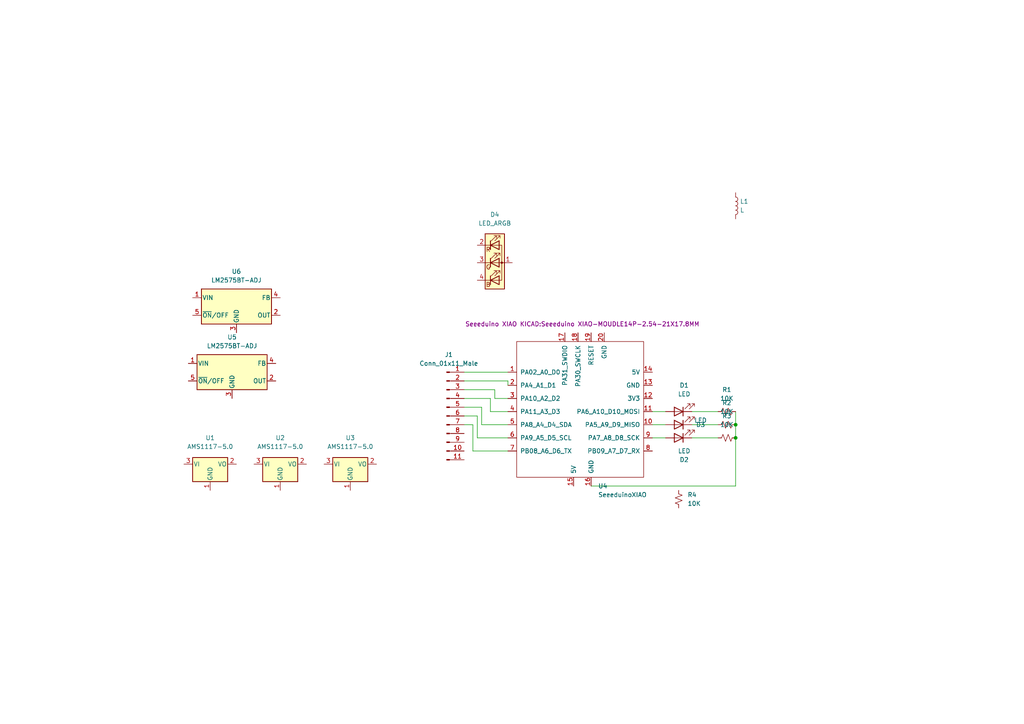
<source format=kicad_sch>
(kicad_sch (version 20211123) (generator eeschema)
  (paper "A4")
  (lib_symbols
    (symbol "Connector:Conn_01x11_Male" (pin_names (offset 1.016) hide)
      (property "Reference" "J" (at 0 15.24 0))
      (property "Value" "Conn_01x11_Male" (at 0 -15.24 0))
      (symbol "Conn_01x11_Male_1_1"
        (polyline (pts (xy 1.27 -12.7) (xy 0.8636 -12.7)) (stroke (width 0.1524)))
        (polyline (pts (xy 1.27 -10.16) (xy 0.8636 -10.16)) (stroke (width 0.1524)))
        (polyline (pts (xy 1.27 -7.62) (xy 0.8636 -7.62)) (stroke (width 0.1524)))
        (polyline (pts (xy 1.27 -5.08) (xy 0.8636 -5.08)) (stroke (width 0.1524)))
        (polyline (pts (xy 1.27 -2.54) (xy 0.8636 -2.54)) (stroke (width 0.1524)))
        (polyline (pts (xy 1.27 0) (xy 0.8636 0)) (stroke (width 0.1524)))
        (polyline (pts (xy 1.27 2.54) (xy 0.8636 2.54)) (stroke (width 0.1524)))
        (polyline (pts (xy 1.27 5.08) (xy 0.8636 5.08)) (stroke (width 0.1524)))
        (polyline (pts (xy 1.27 7.62) (xy 0.8636 7.62)) (stroke (width 0.1524)))
        (polyline (pts (xy 1.27 10.16) (xy 0.8636 10.16)) (stroke (width 0.1524)))
        (polyline (pts (xy 1.27 12.7) (xy 0.8636 12.7)) (stroke (width 0.1524)))
        (rectangle (start 0.8636 -12.573) (end 0 -12.827) (stroke (width 0.1524)) (fill (type outline)))
        (rectangle (start 0.8636 -10.033) (end 0 -10.287) (stroke (width 0.1524)) (fill (type outline)))
        (rectangle (start 0.8636 -7.493) (end 0 -7.747) (stroke (width 0.1524)) (fill (type outline)))
        (rectangle (start 0.8636 -4.953) (end 0 -5.207) (stroke (width 0.1524)) (fill (type outline)))
        (rectangle (start 0.8636 -2.413) (end 0 -2.667) (stroke (width 0.1524)) (fill (type outline)))
        (rectangle (start 0.8636 0.127) (end 0 -0.127) (stroke (width 0.1524)) (fill (type outline)))
        (rectangle (start 0.8636 2.667) (end 0 2.413) (stroke (width 0.1524)) (fill (type outline)))
        (rectangle (start 0.8636 5.207) (end 0 4.953) (stroke (width 0.1524)) (fill (type outline)))
        (rectangle (start 0.8636 7.747) (end 0 7.493) (stroke (width 0.1524)) (fill (type outline)))
        (rectangle (start 0.8636 10.287) (end 0 10.033) (stroke (width 0.1524)) (fill (type outline)))
        (rectangle (start 0.8636 12.827) (end 0 12.573) (stroke (width 0.1524)) (fill (type outline)))
        (pin passive line (at 5.08 12.7 180) (length 3.81) (name "Pin_1") (number "1"))
        (pin passive line (at 5.08 -10.16 180) (length 3.81) (name "Pin_10") (number "10"))
        (pin passive line (at 5.08 -12.7 180) (length 3.81) (name "Pin_11") (number "11"))
        (pin passive line (at 5.08 10.16 180) (length 3.81) (name "Pin_2") (number "2"))
        (pin passive line (at 5.08 7.62 180) (length 3.81) (name "Pin_3") (number "3"))
        (pin passive line (at 5.08 5.08 180) (length 3.81) (name "Pin_4") (number "4"))
        (pin passive line (at 5.08 2.54 180) (length 3.81) (name "Pin_5") (number "5"))
        (pin passive line (at 5.08 0 180) (length 3.81) (name "Pin_6") (number "6"))
        (pin passive line (at 5.08 -2.54 180) (length 3.81) (name "Pin_7") (number "7"))
        (pin passive line (at 5.08 -5.08 180) (length 3.81) (name "Pin_8") (number "8"))
        (pin passive line (at 5.08 -7.62 180) (length 3.81) (name "Pin_9") (number "9"))
      )
    )
    (symbol "Device:L" (pin_numbers hide) (pin_names (offset 1.016) hide)
      (property "Reference" "L" (at -1.27 0 90))
      (property "Value" "L" (at 1.905 0 90))
      (symbol "L_0_1"
        (arc (start 0 -2.54) (mid 0.635 -1.905) (end 0 -1.27))
        (arc (start 0 -1.27) (mid 0.635 -0.635) (end 0 0))
        (arc (start 0 0) (mid 0.635 0.635) (end 0 1.27))
        (arc (start 0 1.27) (mid 0.635 1.905) (end 0 2.54))
      )
      (symbol "L_1_1"
        (pin passive line (at 0 3.81 270) (length 1.27) (name "1") (number "1"))
        (pin passive line (at 0 -3.81 90) (length 1.27) (name "2") (number "2"))
      )
    )
    (symbol "Device:LED" (pin_numbers hide) (pin_names (offset 1.016) hide)
      (property "Reference" "D" (at 0 2.54 0))
      (property "Value" "LED" (at 0 -2.54 0))
      (symbol "LED_0_1"
        (polyline (pts (xy -1.27 -1.27) (xy -1.27 1.27)) (stroke (width 0.254)))
        (polyline (pts (xy -1.27 0) (xy 1.27 0)))
        (polyline (pts (xy 1.27 -1.27) (xy 1.27 1.27) (xy -1.27 0) (xy 1.27 -1.27)) (stroke (width 0.254)))
        (polyline (pts (xy -3.048 -0.762) (xy -4.572 -2.286) (xy -3.81 -2.286) (xy -4.572 -2.286) (xy -4.572 -1.524)))
        (polyline (pts (xy -1.778 -0.762) (xy -3.302 -2.286) (xy -2.54 -2.286) (xy -3.302 -2.286) (xy -3.302 -1.524)))
      )
      (symbol "LED_1_1"
        (pin passive line (at -3.81 0 0) (length 2.54) (name "K") (number "1"))
        (pin passive line (at 3.81 0 180) (length 2.54) (name "A") (number "2"))
      )
    )
    (symbol "Device:LED_ARGB" (pin_names (offset 0) hide)
      (property "Reference" "D" (at 0 9.398 0))
      (property "Value" "LED_ARGB" (at 0 -8.89 0))
      (symbol "LED_ARGB_0_0"
        (text "B" (at -1.905 -6.35 0) (effects (font (size 1.27 1.27))))
        (text "G" (at -1.905 -1.27 0) (effects (font (size 1.27 1.27))))
        (text "R" (at -1.905 3.81 0) (effects (font (size 1.27 1.27))))
      )
      (symbol "LED_ARGB_0_1"
        (polyline (pts (xy -1.27 -5.08) (xy -2.54 -5.08)))
        (polyline (pts (xy -1.27 -5.08) (xy 1.27 -5.08)))
        (polyline (pts (xy -1.27 -3.81) (xy -1.27 -6.35)) (stroke (width 0.254)))
        (polyline (pts (xy -1.27 0) (xy -2.54 0)))
        (polyline (pts (xy -1.27 1.27) (xy -1.27 -1.27)) (stroke (width 0.254)))
        (polyline (pts (xy -1.27 5.08) (xy -2.54 5.08)))
        (polyline (pts (xy -1.27 5.08) (xy 1.27 5.08)))
        (polyline (pts (xy -1.27 6.35) (xy -1.27 3.81)) (stroke (width 0.254)))
        (polyline (pts (xy 1.27 0) (xy -1.27 0)))
        (polyline (pts (xy 1.27 0) (xy 2.54 0)))
        (polyline (pts (xy -1.27 1.27) (xy -1.27 -1.27) (xy -1.27 -1.27)))
        (polyline (pts (xy -1.27 6.35) (xy -1.27 3.81) (xy -1.27 3.81)))
        (polyline (pts (xy 1.27 -5.08) (xy 2.032 -5.08) (xy 2.032 5.08) (xy 1.27 5.08)))
        (polyline (pts (xy 1.27 -3.81) (xy 1.27 -6.35) (xy -1.27 -5.08) (xy 1.27 -3.81)) (stroke (width 0.254)))
        (polyline (pts (xy 1.27 1.27) (xy 1.27 -1.27) (xy -1.27 0) (xy 1.27 1.27)) (stroke (width 0.254)))
        (polyline (pts (xy 1.27 6.35) (xy 1.27 3.81) (xy -1.27 5.08) (xy 1.27 6.35)) (stroke (width 0.254)))
        (polyline (pts (xy -1.016 -3.81) (xy 0.508 -2.286) (xy -0.254 -2.286) (xy 0.508 -2.286) (xy 0.508 -3.048)))
        (polyline (pts (xy -1.016 1.27) (xy 0.508 2.794) (xy -0.254 2.794) (xy 0.508 2.794) (xy 0.508 2.032)))
        (polyline (pts (xy -1.016 6.35) (xy 0.508 7.874) (xy -0.254 7.874) (xy 0.508 7.874) (xy 0.508 7.112)))
        (polyline (pts (xy 0 -3.81) (xy 1.524 -2.286) (xy 0.762 -2.286) (xy 1.524 -2.286) (xy 1.524 -3.048)))
        (polyline (pts (xy 0 1.27) (xy 1.524 2.794) (xy 0.762 2.794) (xy 1.524 2.794) (xy 1.524 2.032)))
        (polyline (pts (xy 0 6.35) (xy 1.524 7.874) (xy 0.762 7.874) (xy 1.524 7.874) (xy 1.524 7.112)))
        (rectangle (start 1.27 -1.27) (end 1.27 1.27))
        (rectangle (start 1.27 1.27) (end 1.27 1.27))
        (rectangle (start 1.27 3.81) (end 1.27 6.35))
        (rectangle (start 1.27 6.35) (end 1.27 6.35))
        (circle (center 2.032 0) (radius 0.254) (fill (type outline)))
        (rectangle (start 2.794 8.382) (end -2.794 -7.62) (stroke (width 0.254)) (fill (type background)))
      )
      (symbol "LED_ARGB_1_1"
        (pin passive line (at 5.08 0 180) (length 2.54) (name "A") (number "1"))
        (pin passive line (at -5.08 5.08 0) (length 2.54) (name "RK") (number "2"))
        (pin passive line (at -5.08 0 0) (length 2.54) (name "GK") (number "3"))
        (pin passive line (at -5.08 -5.08 0) (length 2.54) (name "BK") (number "4"))
      )
    )
    (symbol "Device:R_Small_US" (pin_numbers hide) (pin_names (offset 0.254) hide)
      (property "Reference" "R" (at 0.762 0.508 0))
      (property "Value" "R_Small_US" (at 0.762 -1.016 0))
      (symbol "R_Small_US_1_1"
        (polyline (pts (xy 0 0) (xy 1.016 -0.381) (xy 0 -0.762) (xy -1.016 -1.143) (xy 0 -1.524)))
        (polyline (pts (xy 0 1.524) (xy 1.016 1.143) (xy 0 0.762) (xy -1.016 0.381) (xy 0 0)))
        (pin passive line (at 0 2.54 270) (length 1.016) (name "~") (number "1"))
        (pin passive line (at 0 -2.54 90) (length 1.016) (name "~") (number "2"))
      )
    )
    (symbol "Regulator_Linear:AMS1117-5.0" (pin_names (offset 0.254))
      (property "Reference" "U" (at -3.81 3.175 0))
      (property "Value" "AMS1117-5.0" (at 0 3.175 0))
      (symbol "AMS1117-5.0_0_1"
        (rectangle (start -5.08 -5.08) (end 5.08 1.905) (stroke (width 0.254)) (fill (type background)))
      )
      (symbol "AMS1117-5.0_1_1"
        (pin power_in line (at 0 -7.62 90) (length 2.54) (name "GND") (number "1"))
        (pin power_out line (at 7.62 0 180) (length 2.54) (name "VO") (number "2"))
        (pin power_in line (at -7.62 0 0) (length 2.54) (name "VI") (number "3"))
      )
    )
    (symbol "Regulator_Switching:LM2575BT-ADJ" (pin_names (offset 0.254))
      (property "Reference" "U" (at -10.16 6.35 0))
      (property "Value" "LM2575BT-ADJ" (at 0 6.35 0))
      (symbol "LM2575BT-ADJ_0_1"
        (rectangle (start -10.16 5.08) (end 10.16 -5.08) (stroke (width 0.254)) (fill (type background)))
      )
      (symbol "LM2575BT-ADJ_1_1"
        (pin power_in line (at -12.7 2.54 0) (length 2.54) (name "VIN") (number "1"))
        (pin output line (at 12.7 -2.54 180) (length 2.54) (name "OUT") (number "2"))
        (pin power_in line (at 0 -7.62 90) (length 2.54) (name "GND") (number "3"))
        (pin input line (at 12.7 2.54 180) (length 2.54) (name "FB") (number "4"))
        (pin input line (at -12.7 -2.54 0) (length 2.54) (name "~{ON}/OFF") (number "5"))
      )
    )
    (symbol "Seeeduino XIAO:SeeeduinoXIAO" (pin_names (offset 1.016))
      (property "Reference" "U" (at -19.05 22.86 0))
      (property "Value" "SeeeduinoXIAO" (at -12.7 21.59 0))
      (symbol "SeeeduinoXIAO_0_1"
        (rectangle (start -19.05 20.32) (end 17.78 -19.05))
      )
      (symbol "SeeeduinoXIAO_1_1"
        (pin unspecified line (at -21.59 11.43 0) (length 2.54) (name "PA02_A0_D0") (number "1"))
        (pin unspecified line (at 20.32 -3.81 180) (length 2.54) (name "PA5_A9_D9_MISO") (number "10"))
        (pin unspecified line (at 20.32 0 180) (length 2.54) (name "PA6_A10_D10_MOSI") (number "11"))
        (pin unspecified line (at 20.32 3.81 180) (length 2.54) (name "3V3") (number "12"))
        (pin unspecified line (at 20.32 7.62 180) (length 2.54) (name "GND") (number "13"))
        (pin unspecified line (at 20.32 11.43 180) (length 2.54) (name "5V") (number "14"))
        (pin input line (at -2.54 -21.59 90) (length 2.54) (name "5V") (number "15"))
        (pin input line (at 2.54 -21.59 90) (length 2.54) (name "GND") (number "16"))
        (pin input line (at -5.08 22.86 270) (length 2.54) (name "PA31_SWDIO") (number "17"))
        (pin input line (at -1.27 22.86 270) (length 2.54) (name "PA30_SWCLK") (number "18"))
        (pin input line (at 2.54 22.86 270) (length 2.54) (name "RESET") (number "19"))
        (pin unspecified line (at -21.59 7.62 0) (length 2.54) (name "PA4_A1_D1") (number "2"))
        (pin input line (at 6.35 22.86 270) (length 2.54) (name "GND") (number "20"))
        (pin unspecified line (at -21.59 3.81 0) (length 2.54) (name "PA10_A2_D2") (number "3"))
        (pin unspecified line (at -21.59 0 0) (length 2.54) (name "PA11_A3_D3") (number "4"))
        (pin unspecified line (at -21.59 -3.81 0) (length 2.54) (name "PA8_A4_D4_SDA") (number "5"))
        (pin unspecified line (at -21.59 -7.62 0) (length 2.54) (name "PA9_A5_D5_SCL") (number "6"))
        (pin unspecified line (at -21.59 -11.43 0) (length 2.54) (name "PB08_A6_D6_TX") (number "7"))
        (pin unspecified line (at 20.32 -11.43 180) (length 2.54) (name "PB09_A7_D7_RX") (number "8"))
        (pin unspecified line (at 20.32 -7.62 180) (length 2.54) (name "PA7_A8_D8_SCK") (number "9"))
      )
    )
  )
  (junction (at 213.36 123.19))
  (junction (at 213.36 127))
  (wire (pts (xy 142.24 115.57) (xy 142.24 119.38)))
  (wire (pts (xy 147.32 110.49) (xy 147.32 111.76)))
  (wire (pts (xy 143.51 113.03) (xy 143.51 115.57)))
  (wire (pts (xy 200.66 119.38) (xy 208.28 119.38)))
  (wire (pts (xy 189.23 127) (xy 193.04 127)))
  (wire (pts (xy 134.62 118.11) (xy 139.7 118.11)))
  (wire (pts (xy 213.36 123.19) (xy 213.36 127)))
  (wire (pts (xy 142.24 119.38) (xy 147.32 119.38)))
  (wire (pts (xy 134.62 113.03) (xy 143.51 113.03)))
  (wire (pts (xy 137.16 123.19) (xy 137.16 130.81)))
  (wire (pts (xy 189.23 119.38) (xy 193.04 119.38)))
  (wire (pts (xy 213.36 119.38) (xy 213.36 123.19)))
  (wire (pts (xy 134.62 123.19) (xy 137.16 123.19)))
  (wire (pts (xy 137.16 130.81) (xy 147.32 130.81)))
  (wire (pts (xy 171.45 140.97) (xy 213.36 140.97)))
  (wire (pts (xy 139.7 123.19) (xy 147.32 123.19)))
  (wire (pts (xy 200.66 123.19) (xy 208.28 123.19)))
  (wire (pts (xy 134.62 115.57) (xy 142.24 115.57)))
  (wire (pts (xy 138.43 120.65) (xy 138.43 127)))
  (wire (pts (xy 134.62 107.95) (xy 147.32 107.95)))
  (wire (pts (xy 134.62 120.65) (xy 138.43 120.65)))
  (wire (pts (xy 134.62 110.49) (xy 147.32 110.49)))
  (wire (pts (xy 213.36 127) (xy 213.36 140.97)))
  (wire (pts (xy 143.51 115.57) (xy 147.32 115.57)))
  (wire (pts (xy 200.66 127) (xy 208.28 127)))
  (wire (pts (xy 138.43 127) (xy 147.32 127)))
  (wire (pts (xy 139.7 118.11) (xy 139.7 123.19)))
  (wire (pts (xy 189.23 123.19) (xy 193.04 123.19)))
  (symbol (lib_id "Device:R_Small_US") (at 210.82 123.19 90) (unit 1)
    (property "Reference" "R2" (at 210.82 116.84 90))
    (property "Value" "10K" (at 210.82 119.38 90))
    (property "Footprint" "Resistor_SMD:R_0201_0603Metric" (effects hide))
  )
  (symbol (lib_id "Device:L") (at 213.36 59.69 0) (unit 1) (on_board no)
    (property "Reference" "L1" (at 214.63 58.4199 0) (effects (justify left)))
    (property "Value" "L" (at 214.63 60.9599 0) (effects (justify left)))
  )
  (symbol (lib_id "Device:LED") (at 196.85 119.38 180) (unit 1)
    (property "Reference" "D1" (at 198.4375 111.76 0))
    (property "Value" "LED" (at 198.4375 114.3 0))
    (property "Footprint" "LED_SMD:LED_1210_3225Metric" (effects hide))
  )
  (symbol (lib_id "Regulator_Linear:AMS1117-5.0") (at 101.6 134.62 0) (unit 1)
    (property "Reference" "U3" (at 101.6 127 0))
    (property "Value" "AMS1117-5.0" (at 101.6 129.54 0))
    (property "Footprint" "Package_TO_SOT_SMD:SOT-223-3_TabPin2" (effects hide))
    (property "Datasheet" "http://www.advanced-monolithic.com/pdf/ds1117.pdf" (effects hide))
  )
  (symbol (lib_id "Device:LED") (at 196.85 127 180) (unit 1)
    (property "Reference" "D2" (at 198.4375 133.35 0))
    (property "Value" "LED" (at 198.4375 130.81 0))
    (property "Footprint" "LED_SMD:LED_1210_3225Metric" (effects hide))
  )
  (symbol (lib_id "Device:R_Small_US") (at 210.82 119.38 90) (unit 1)
    (property "Reference" "R1" (at 210.82 113.03 90))
    (property "Value" "10K" (at 210.82 115.57 90))
    (property "Footprint" "Resistor_SMD:R_0201_0603Metric" (effects hide))
  )
  (symbol (lib_id "Device:LED_ARGB") (at 143.51 76.2 0) (unit 1)
    (property "Reference" "D4" (at 143.51 62.23 0))
    (property "Value" "LED_ARGB" (at 143.51 64.77 0))
    (property "Footprint" "LED_THT:LED_D5.0mm-4_RGB_Wide_Pins" (effects hide))
  )
  (symbol (lib_id "Regulator_Switching:LM2575BT-ADJ") (at 67.31 107.95 0) (unit 1)
    (property "Reference" "U5" (at 67.31 97.79 0))
    (property "Value" "LM2575BT-ADJ" (at 67.31 100.33 0))
    (property "Footprint" "Package_TO_SOT_THT:TO-220-5_Vertical" (effects hide))
    (property "Datasheet" "http://ww1.microchip.com/downloads/en/DeviceDoc/lm2575.pdf" (effects hide))
  )
  (symbol (lib_id "Connector:Conn_01x11_Male") (at 129.54 120.65 0) (unit 1)
    (property "Reference" "J1" (at 130.175 102.87 0))
    (property "Value" "Conn_01x11_Male" (at 130.175 105.41 0))
    (property "Footprint" "Connector_PinHeader_2.54mm:PinHeader_1x11_P2.54mm_Vertical" (effects hide))
  )
  (symbol (lib_id "Device:R_Small_US") (at 210.82 127 90) (unit 1)
    (property "Reference" "R3" (at 210.82 120.65 90))
    (property "Value" "10K" (at 210.82 123.19 90))
    (property "Footprint" "Resistor_SMD:R_0201_0603Metric" (effects hide))
  )
  (symbol (lib_id "Regulator_Linear:AMS1117-5.0") (at 60.96 134.62 0) (unit 1)
    (property "Reference" "U1" (at 60.96 127 0))
    (property "Value" "AMS1117-5.0" (at 60.96 129.54 0))
    (property "Footprint" "Package_TO_SOT_SMD:SOT-223-3_TabPin2" (effects hide))
    (property "Datasheet" "http://www.advanced-monolithic.com/pdf/ds1117.pdf" (effects hide))
  )
  (symbol (lib_id "Seeeduino XIAO:SeeeduinoXIAO") (at 168.91 119.38 0) (unit 1)
    (property "Reference" "U4" (at 173.4694 140.97 0) (effects (justify left)))
    (property "Value" "SeeeduinoXIAO" (at 173.4694 143.51 0) (effects (justify left)))
    (property "Footprint" "Seeeduino XIAO KICAD:Seeeduino XIAO-MOUDLE14P-2.54-21X17.8MM" (at 168.91 93.98 0))
  )
  (symbol (lib_id "Device:R_Small_US") (at 196.85 144.78 0) (unit 1)
    (property "Reference" "R4" (at 199.39 143.5099 0) (effects (justify left)))
    (property "Value" "10K" (at 199.39 146.0499 0) (effects (justify left)))
    (property "Footprint" "Resistor_SMD:R_0201_0603Metric" (effects hide))
  )
  (symbol (lib_id "Regulator_Switching:LM2575BT-ADJ") (at 68.58 88.9 0) (unit 1)
    (property "Reference" "U6" (at 68.58 78.74 0))
    (property "Value" "LM2575BT-ADJ" (at 68.58 81.28 0))
    (property "Footprint" "Package_TO_SOT_THT:TO-220-5_Vertical" (effects hide))
    (property "Datasheet" "http://ww1.microchip.com/downloads/en/DeviceDoc/lm2575.pdf" (effects hide))
  )
  (symbol (lib_id "Device:LED") (at 196.85 123.19 180) (unit 1)
    (property "Reference" "D3" (at 203.2 123.19 0))
    (property "Value" "LED" (at 203.2 121.92 0))
    (property "Footprint" "LED_SMD:LED_1210_3225Metric" (effects hide))
  )
  (symbol (lib_id "Regulator_Linear:AMS1117-5.0") (at 81.28 134.62 0) (unit 1)
    (property "Reference" "U2" (at 81.28 127 0))
    (property "Value" "AMS1117-5.0" (at 81.28 129.54 0))
    (property "Footprint" "Package_TO_SOT_SMD:SOT-223-3_TabPin2" (effects hide))
    (property "Datasheet" "http://www.advanced-monolithic.com/pdf/ds1117.pdf" (effects hide))
  )
)
</source>
